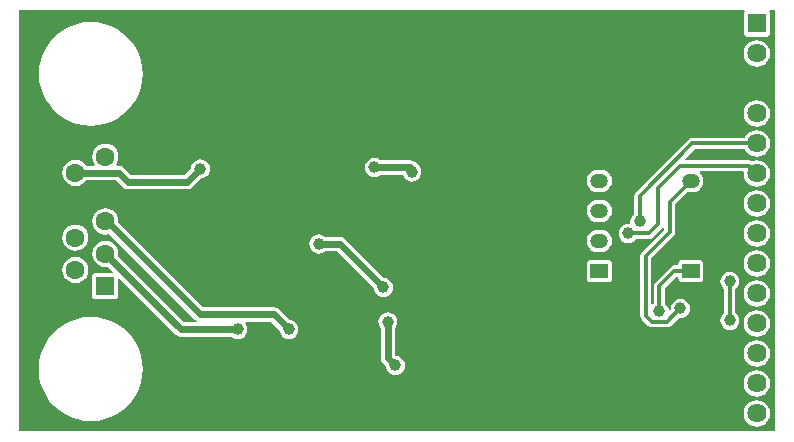
<source format=gbr>
G04 Layer_Physical_Order=2*
G04 Layer_Color=16711680*
%FSLAX43Y43*%
%MOMM*%
%TF.FileFunction,Copper,L2,Bot,Signal*%
%TF.Part,Single*%
G01*
G75*
%TA.AperFunction,Conductor*%
%ADD22C,0.610*%
%ADD23C,0.305*%
%TA.AperFunction,ComponentPad*%
%ADD25R,1.500X1.250*%
%ADD26O,1.500X1.250*%
%ADD27R,1.600X1.600*%
%ADD28C,1.600*%
%ADD29C,1.626*%
%ADD30R,1.626X1.626*%
%TA.AperFunction,ViaPad*%
%ADD31C,1.000*%
G36*
X64135Y127D02*
X127D01*
Y35814D01*
X61515D01*
X61549Y35756D01*
X61567Y35687D01*
X61511Y35603D01*
X61487Y35484D01*
Y33858D01*
X61511Y33739D01*
X61578Y33638D01*
X61679Y33571D01*
X61798Y33547D01*
X63424D01*
X63543Y33571D01*
X63644Y33638D01*
X63711Y33739D01*
X63735Y33858D01*
Y35484D01*
X63711Y35603D01*
X63655Y35687D01*
X63673Y35756D01*
X63707Y35814D01*
X64135D01*
Y127D01*
D02*
G37*
%LPC*%
G36*
X62611Y12938D02*
X62319Y12900D01*
X62047Y12787D01*
X61814Y12608D01*
X61635Y12375D01*
X61522Y12103D01*
X61484Y11811D01*
X61522Y11519D01*
X61635Y11247D01*
X61814Y11014D01*
X62047Y10835D01*
X62319Y10722D01*
X62611Y10684D01*
X62903Y10722D01*
X63175Y10835D01*
X63408Y11014D01*
X63587Y11247D01*
X63700Y11519D01*
X63738Y11811D01*
X63700Y12103D01*
X63587Y12375D01*
X63408Y12608D01*
X63175Y12787D01*
X62903Y12900D01*
X62611Y12938D01*
D02*
G37*
G36*
X7440Y19020D02*
X7152Y18982D01*
X6883Y18871D01*
X6652Y18694D01*
X6475Y18463D01*
X6364Y18194D01*
X6326Y17906D01*
X6364Y17618D01*
X6475Y17349D01*
X6652Y17118D01*
X6883Y16941D01*
X7152Y16830D01*
X7440Y16792D01*
X7728Y16830D01*
X7792Y16856D01*
X15054Y9594D01*
X15177Y9512D01*
X15139Y9385D01*
X14097D01*
X8527Y14955D01*
X8554Y15163D01*
X8516Y15451D01*
X8405Y15720D01*
X8228Y15951D01*
X7997Y16128D01*
X7728Y16239D01*
X7440Y16277D01*
X7152Y16239D01*
X6883Y16128D01*
X6652Y15951D01*
X6475Y15720D01*
X6364Y15451D01*
X6326Y15163D01*
X6364Y14875D01*
X6475Y14606D01*
X6652Y14375D01*
X6883Y14198D01*
X7152Y14087D01*
X7440Y14049D01*
X7648Y14076D01*
X8076Y13648D01*
X8027Y13531D01*
X6640D01*
X6521Y13507D01*
X6420Y13440D01*
X6353Y13339D01*
X6329Y13220D01*
Y11620D01*
X6353Y11501D01*
X6420Y11400D01*
X6521Y11333D01*
X6640Y11309D01*
X8240D01*
X8359Y11333D01*
X8460Y11400D01*
X8527Y11501D01*
X8551Y11620D01*
Y13007D01*
X8668Y13056D01*
X13401Y8323D01*
X13602Y8189D01*
X13840Y8141D01*
X18157D01*
X18263Y8060D01*
X18459Y7979D01*
X18669Y7951D01*
X18879Y7979D01*
X19075Y8060D01*
X19243Y8189D01*
X19372Y8357D01*
X19453Y8553D01*
X19481Y8763D01*
X19453Y8973D01*
X19372Y9169D01*
X19283Y9284D01*
X19346Y9411D01*
X21460D01*
X22185Y8686D01*
X22203Y8553D01*
X22284Y8357D01*
X22413Y8189D01*
X22581Y8060D01*
X22777Y7979D01*
X22987Y7951D01*
X23197Y7979D01*
X23393Y8060D01*
X23561Y8189D01*
X23690Y8357D01*
X23771Y8553D01*
X23799Y8763D01*
X23771Y8973D01*
X23690Y9169D01*
X23561Y9337D01*
X23393Y9466D01*
X23197Y9547D01*
X23064Y9565D01*
X22156Y10472D01*
X21955Y10607D01*
X21717Y10655D01*
X15751D01*
X8548Y17858D01*
X8554Y17906D01*
X8516Y18194D01*
X8405Y18463D01*
X8228Y18694D01*
X7997Y18871D01*
X7728Y18982D01*
X7440Y19020D01*
D02*
G37*
G36*
X60325Y13639D02*
X60115Y13611D01*
X59919Y13530D01*
X59751Y13401D01*
X59622Y13233D01*
X59541Y13037D01*
X59513Y12827D01*
X59541Y12617D01*
X59622Y12421D01*
X59751Y12253D01*
X59859Y12170D01*
Y10182D01*
X59751Y10099D01*
X59622Y9931D01*
X59541Y9735D01*
X59513Y9525D01*
X59541Y9315D01*
X59622Y9119D01*
X59751Y8951D01*
X59919Y8822D01*
X60115Y8741D01*
X60325Y8713D01*
X60535Y8741D01*
X60731Y8822D01*
X60899Y8951D01*
X61028Y9119D01*
X61109Y9315D01*
X61137Y9525D01*
X61109Y9735D01*
X61028Y9931D01*
X60899Y10099D01*
X60791Y10182D01*
Y12170D01*
X60899Y12253D01*
X61028Y12421D01*
X61109Y12617D01*
X61137Y12827D01*
X61109Y13037D01*
X61028Y13233D01*
X60899Y13401D01*
X60731Y13530D01*
X60535Y13611D01*
X60325Y13639D01*
D02*
G37*
G36*
X50026Y14652D02*
X48526D01*
X48407Y14628D01*
X48306Y14561D01*
X48239Y14460D01*
X48215Y14341D01*
Y13091D01*
X48239Y12972D01*
X48306Y12871D01*
X48407Y12804D01*
X48526Y12780D01*
X50026D01*
X50145Y12804D01*
X50246Y12871D01*
X50313Y12972D01*
X50337Y13091D01*
Y14341D01*
X50313Y14460D01*
X50246Y14561D01*
X50145Y14628D01*
X50026Y14652D01*
D02*
G37*
G36*
X4900Y14906D02*
X4612Y14868D01*
X4343Y14757D01*
X4112Y14580D01*
X3935Y14349D01*
X3824Y14080D01*
X3786Y13792D01*
X3824Y13504D01*
X3935Y13235D01*
X4112Y13004D01*
X4343Y12827D01*
X4612Y12716D01*
X4900Y12678D01*
X5188Y12716D01*
X5457Y12827D01*
X5688Y13004D01*
X5865Y13235D01*
X5976Y13504D01*
X6014Y13792D01*
X5976Y14080D01*
X5865Y14349D01*
X5688Y14580D01*
X5457Y14757D01*
X5188Y14868D01*
X4900Y14906D01*
D02*
G37*
G36*
X25527Y16814D02*
X25317Y16786D01*
X25121Y16705D01*
X24953Y16576D01*
X24824Y16408D01*
X24743Y16212D01*
X24715Y16002D01*
X24743Y15792D01*
X24824Y15596D01*
X24953Y15428D01*
X25121Y15299D01*
X25317Y15218D01*
X25527Y15190D01*
X25737Y15218D01*
X25933Y15299D01*
X26039Y15380D01*
X27048D01*
X30186Y12242D01*
X30204Y12109D01*
X30285Y11913D01*
X30414Y11745D01*
X30582Y11616D01*
X30778Y11535D01*
X30988Y11507D01*
X31198Y11535D01*
X31394Y11616D01*
X31562Y11745D01*
X31691Y11913D01*
X31772Y12109D01*
X31800Y12319D01*
X31772Y12529D01*
X31691Y12725D01*
X31562Y12893D01*
X31394Y13022D01*
X31198Y13103D01*
X31065Y13121D01*
X27744Y16441D01*
X27543Y16576D01*
X27305Y16624D01*
X26039D01*
X25933Y16705D01*
X25737Y16786D01*
X25527Y16814D01*
D02*
G37*
G36*
X62611Y5318D02*
X62319Y5280D01*
X62047Y5167D01*
X61814Y4988D01*
X61635Y4755D01*
X61522Y4483D01*
X61484Y4191D01*
X61522Y3899D01*
X61635Y3627D01*
X61814Y3394D01*
X62047Y3215D01*
X62319Y3102D01*
X62611Y3064D01*
X62903Y3102D01*
X63175Y3215D01*
X63408Y3394D01*
X63587Y3627D01*
X63700Y3899D01*
X63738Y4191D01*
X63700Y4483D01*
X63587Y4755D01*
X63408Y4988D01*
X63175Y5167D01*
X62903Y5280D01*
X62611Y5318D01*
D02*
G37*
G36*
X6212Y9824D02*
X5636Y9786D01*
X5070Y9674D01*
X4523Y9488D01*
X4005Y9233D01*
X3525Y8912D01*
X3091Y8531D01*
X2710Y8097D01*
X2389Y7617D01*
X2134Y7099D01*
X1948Y6552D01*
X1836Y5986D01*
X1798Y5410D01*
X1836Y4834D01*
X1948Y4268D01*
X2134Y3721D01*
X2389Y3203D01*
X2710Y2723D01*
X3091Y2289D01*
X3525Y1908D01*
X4005Y1587D01*
X4523Y1332D01*
X5070Y1146D01*
X5636Y1034D01*
X6212Y996D01*
X6788Y1034D01*
X7354Y1146D01*
X7901Y1332D01*
X8419Y1587D01*
X8899Y1908D01*
X9333Y2289D01*
X9714Y2723D01*
X10035Y3203D01*
X10290Y3721D01*
X10476Y4268D01*
X10588Y4834D01*
X10626Y5410D01*
X10588Y5986D01*
X10476Y6552D01*
X10290Y7099D01*
X10035Y7617D01*
X9714Y8097D01*
X9333Y8531D01*
X8899Y8912D01*
X8419Y9233D01*
X7901Y9488D01*
X7354Y9674D01*
X6788Y9786D01*
X6212Y9824D01*
D02*
G37*
G36*
X62611Y2778D02*
X62319Y2740D01*
X62047Y2627D01*
X61814Y2448D01*
X61635Y2215D01*
X61522Y1943D01*
X61484Y1651D01*
X61522Y1359D01*
X61635Y1087D01*
X61814Y854D01*
X62047Y675D01*
X62319Y562D01*
X62611Y524D01*
X62903Y562D01*
X63175Y675D01*
X63408Y854D01*
X63587Y1087D01*
X63700Y1359D01*
X63738Y1651D01*
X63700Y1943D01*
X63587Y2215D01*
X63408Y2448D01*
X63175Y2627D01*
X62903Y2740D01*
X62611Y2778D01*
D02*
G37*
G36*
Y10398D02*
X62319Y10360D01*
X62047Y10247D01*
X61814Y10068D01*
X61635Y9835D01*
X61522Y9563D01*
X61484Y9271D01*
X61522Y8979D01*
X61635Y8707D01*
X61814Y8474D01*
X62047Y8295D01*
X62319Y8182D01*
X62611Y8144D01*
X62903Y8182D01*
X63175Y8295D01*
X63408Y8474D01*
X63587Y8707D01*
X63700Y8979D01*
X63738Y9271D01*
X63700Y9563D01*
X63587Y9835D01*
X63408Y10068D01*
X63175Y10247D01*
X62903Y10360D01*
X62611Y10398D01*
D02*
G37*
G36*
Y7858D02*
X62319Y7820D01*
X62047Y7707D01*
X61814Y7528D01*
X61635Y7295D01*
X61522Y7023D01*
X61484Y6731D01*
X61522Y6439D01*
X61635Y6167D01*
X61814Y5934D01*
X62047Y5755D01*
X62319Y5642D01*
X62611Y5604D01*
X62903Y5642D01*
X63175Y5755D01*
X63408Y5934D01*
X63587Y6167D01*
X63700Y6439D01*
X63738Y6731D01*
X63700Y7023D01*
X63587Y7295D01*
X63408Y7528D01*
X63175Y7707D01*
X62903Y7820D01*
X62611Y7858D01*
D02*
G37*
G36*
X31369Y10210D02*
X31159Y10182D01*
X30963Y10101D01*
X30795Y9972D01*
X30666Y9804D01*
X30585Y9608D01*
X30557Y9398D01*
X30585Y9188D01*
X30666Y8992D01*
X30747Y8886D01*
Y6350D01*
X30795Y6112D01*
X30930Y5911D01*
X31202Y5638D01*
X31220Y5505D01*
X31301Y5309D01*
X31430Y5141D01*
X31598Y5012D01*
X31794Y4931D01*
X32004Y4903D01*
X32214Y4931D01*
X32410Y5012D01*
X32578Y5141D01*
X32707Y5309D01*
X32788Y5505D01*
X32816Y5715D01*
X32788Y5925D01*
X32707Y6121D01*
X32578Y6289D01*
X32410Y6418D01*
X32214Y6499D01*
X32081Y6517D01*
X31991Y6607D01*
Y8886D01*
X32072Y8992D01*
X32153Y9188D01*
X32181Y9398D01*
X32153Y9608D01*
X32072Y9804D01*
X31943Y9972D01*
X31775Y10101D01*
X31579Y10182D01*
X31369Y10210D01*
D02*
G37*
G36*
X62611Y15478D02*
X62319Y15440D01*
X62047Y15327D01*
X61814Y15148D01*
X61635Y14915D01*
X61522Y14643D01*
X61484Y14351D01*
X61522Y14059D01*
X61635Y13787D01*
X61814Y13554D01*
X62047Y13375D01*
X62319Y13262D01*
X62611Y13224D01*
X62903Y13262D01*
X63175Y13375D01*
X63408Y13554D01*
X63587Y13787D01*
X63700Y14059D01*
X63738Y14351D01*
X63700Y14643D01*
X63587Y14915D01*
X63408Y15148D01*
X63175Y15327D01*
X62903Y15440D01*
X62611Y15478D01*
D02*
G37*
G36*
Y25638D02*
X62319Y25600D01*
X62047Y25487D01*
X61814Y25308D01*
X61635Y25075D01*
X61594Y24977D01*
X57150D01*
X56972Y24942D01*
X56820Y24841D01*
X52375Y20396D01*
X52274Y20244D01*
X52239Y20066D01*
Y18564D01*
X52131Y18481D01*
X52002Y18313D01*
X51921Y18117D01*
X51893Y17907D01*
X51907Y17804D01*
X51794Y17691D01*
X51705Y17703D01*
X51495Y17675D01*
X51299Y17594D01*
X51131Y17465D01*
X51002Y17297D01*
X50921Y17101D01*
X50893Y16891D01*
X50921Y16681D01*
X51002Y16485D01*
X51131Y16317D01*
X51299Y16188D01*
X51495Y16107D01*
X51705Y16079D01*
X51915Y16107D01*
X52111Y16188D01*
X52279Y16317D01*
X52362Y16425D01*
X53467D01*
X53645Y16460D01*
X53797Y16561D01*
X54559Y17323D01*
X54585Y17363D01*
X54758Y17394D01*
X54779Y17378D01*
Y17211D01*
X52883Y15316D01*
X52782Y15164D01*
X52747Y14986D01*
Y9906D01*
X52782Y9728D01*
X52883Y9576D01*
X53391Y9068D01*
X53543Y8967D01*
X53721Y8932D01*
X54991D01*
X55169Y8967D01*
X55321Y9068D01*
X55999Y9747D01*
X56134Y9729D01*
X56344Y9757D01*
X56540Y9838D01*
X56708Y9967D01*
X56837Y10135D01*
X56918Y10331D01*
X56946Y10541D01*
X56918Y10751D01*
X56837Y10947D01*
X56708Y11115D01*
X56540Y11244D01*
X56344Y11325D01*
X56134Y11353D01*
X55924Y11325D01*
X55728Y11244D01*
X55560Y11115D01*
X55431Y10947D01*
X55350Y10751D01*
X55322Y10541D01*
X55332Y10470D01*
X55278Y10424D01*
X55143Y10475D01*
X55140Y10497D01*
X55059Y10693D01*
X54930Y10861D01*
X54822Y10944D01*
Y12253D01*
X55819Y13250D01*
X55962D01*
Y13091D01*
X55986Y12972D01*
X56053Y12871D01*
X56154Y12804D01*
X56273Y12780D01*
X57773D01*
X57892Y12804D01*
X57993Y12871D01*
X58060Y12972D01*
X58084Y13091D01*
Y14341D01*
X58060Y14460D01*
X57993Y14561D01*
X57892Y14628D01*
X57773Y14652D01*
X56273D01*
X56154Y14628D01*
X56053Y14561D01*
X55986Y14460D01*
X55962Y14341D01*
Y14182D01*
X55626D01*
X55448Y14147D01*
X55296Y14046D01*
X54026Y12776D01*
X53925Y12624D01*
X53890Y12446D01*
Y10963D01*
X53795Y10891D01*
X53679Y10933D01*
Y14793D01*
X55575Y16688D01*
X55676Y16840D01*
X55711Y17018D01*
Y19365D01*
X56762Y20416D01*
X56898Y20398D01*
X57148D01*
X57391Y20430D01*
X57617Y20524D01*
X57811Y20673D01*
X57960Y20867D01*
X58054Y21093D01*
X58086Y21336D01*
X58054Y21579D01*
X57960Y21805D01*
X57811Y21999D01*
X57785Y22020D01*
X57825Y22140D01*
X61410D01*
X61493Y22044D01*
X61484Y21971D01*
X61522Y21679D01*
X61635Y21407D01*
X61814Y21174D01*
X62047Y20995D01*
X62319Y20882D01*
X62611Y20844D01*
X62903Y20882D01*
X63175Y20995D01*
X63408Y21174D01*
X63587Y21407D01*
X63700Y21679D01*
X63738Y21971D01*
X63700Y22263D01*
X63587Y22535D01*
X63408Y22768D01*
X63175Y22947D01*
X62903Y23060D01*
X62611Y23098D01*
X62319Y23060D01*
X62196Y23009D01*
X62154Y23037D01*
X61976Y23072D01*
X56536D01*
X56488Y23189D01*
X57343Y24045D01*
X61594D01*
X61635Y23947D01*
X61814Y23714D01*
X62047Y23535D01*
X62319Y23422D01*
X62611Y23384D01*
X62903Y23422D01*
X63175Y23535D01*
X63408Y23714D01*
X63587Y23947D01*
X63700Y24219D01*
X63738Y24511D01*
X63700Y24803D01*
X63587Y25075D01*
X63408Y25308D01*
X63175Y25487D01*
X62903Y25600D01*
X62611Y25638D01*
D02*
G37*
G36*
X7440Y24507D02*
X7152Y24469D01*
X6883Y24358D01*
X6652Y24181D01*
X6475Y23950D01*
X6364Y23681D01*
X6326Y23393D01*
X6364Y23105D01*
X6475Y22836D01*
X6536Y22756D01*
X6480Y22643D01*
X5816D01*
X5688Y22809D01*
X5457Y22986D01*
X5188Y23097D01*
X4900Y23135D01*
X4612Y23097D01*
X4343Y22986D01*
X4112Y22809D01*
X3935Y22578D01*
X3824Y22309D01*
X3786Y22021D01*
X3824Y21733D01*
X3935Y21464D01*
X4112Y21233D01*
X4343Y21056D01*
X4612Y20945D01*
X4900Y20907D01*
X5188Y20945D01*
X5457Y21056D01*
X5688Y21233D01*
X5816Y21399D01*
X8329D01*
X8908Y20819D01*
X9110Y20685D01*
X9348Y20637D01*
X14401D01*
X14639Y20685D01*
X14840Y20819D01*
X15571Y21550D01*
X15704Y21568D01*
X15900Y21649D01*
X16068Y21778D01*
X16197Y21946D01*
X16278Y22142D01*
X16306Y22352D01*
X16278Y22562D01*
X16197Y22758D01*
X16068Y22926D01*
X15900Y23055D01*
X15704Y23136D01*
X15494Y23164D01*
X15284Y23136D01*
X15088Y23055D01*
X14920Y22926D01*
X14791Y22758D01*
X14710Y22562D01*
X14692Y22429D01*
X14144Y21881D01*
X9605D01*
X9026Y22461D01*
X8824Y22595D01*
X8586Y22643D01*
X8400D01*
X8344Y22756D01*
X8405Y22836D01*
X8516Y23105D01*
X8554Y23393D01*
X8516Y23681D01*
X8405Y23950D01*
X8228Y24181D01*
X7997Y24358D01*
X7728Y24469D01*
X7440Y24507D01*
D02*
G37*
G36*
X30226Y23291D02*
X30016Y23263D01*
X29820Y23182D01*
X29652Y23053D01*
X29523Y22885D01*
X29442Y22689D01*
X29414Y22479D01*
X29442Y22269D01*
X29523Y22073D01*
X29652Y21905D01*
X29820Y21776D01*
X30016Y21695D01*
X30226Y21667D01*
X30436Y21695D01*
X30632Y21776D01*
X30738Y21857D01*
X32630D01*
X32698Y21692D01*
X32827Y21524D01*
X32995Y21395D01*
X33191Y21314D01*
X33401Y21286D01*
X33611Y21314D01*
X33807Y21395D01*
X33975Y21524D01*
X34104Y21692D01*
X34185Y21888D01*
X34213Y22098D01*
X34185Y22308D01*
X34104Y22504D01*
X33975Y22672D01*
X33863Y22758D01*
X33840Y22792D01*
X33714Y22919D01*
X33512Y23053D01*
X33274Y23101D01*
X30738D01*
X30632Y23182D01*
X30436Y23263D01*
X30226Y23291D01*
D02*
G37*
G36*
X62611Y33258D02*
X62319Y33220D01*
X62047Y33107D01*
X61814Y32928D01*
X61635Y32695D01*
X61522Y32423D01*
X61484Y32131D01*
X61522Y31839D01*
X61635Y31567D01*
X61814Y31334D01*
X62047Y31155D01*
X62319Y31042D01*
X62611Y31004D01*
X62903Y31042D01*
X63175Y31155D01*
X63408Y31334D01*
X63587Y31567D01*
X63700Y31839D01*
X63738Y32131D01*
X63700Y32423D01*
X63587Y32695D01*
X63408Y32928D01*
X63175Y33107D01*
X62903Y33220D01*
X62611Y33258D01*
D02*
G37*
G36*
X6212Y34791D02*
X5639Y34754D01*
X5076Y34642D01*
X4533Y34457D01*
X4018Y34203D01*
X3541Y33884D01*
X3109Y33506D01*
X2731Y33074D01*
X2412Y32597D01*
X2158Y32082D01*
X1973Y31539D01*
X1861Y30976D01*
X1824Y30403D01*
X1861Y29830D01*
X1973Y29267D01*
X2158Y28724D01*
X2412Y28209D01*
X2731Y27732D01*
X3109Y27300D01*
X3541Y26922D01*
X4018Y26603D01*
X4533Y26349D01*
X5076Y26164D01*
X5639Y26052D01*
X6212Y26015D01*
X6785Y26052D01*
X7348Y26164D01*
X7891Y26349D01*
X8406Y26603D01*
X8883Y26922D01*
X9315Y27300D01*
X9693Y27732D01*
X10012Y28209D01*
X10266Y28724D01*
X10451Y29267D01*
X10563Y29830D01*
X10600Y30403D01*
X10563Y30976D01*
X10451Y31539D01*
X10266Y32082D01*
X10012Y32597D01*
X9693Y33074D01*
X9315Y33506D01*
X8883Y33884D01*
X8406Y34203D01*
X7891Y34457D01*
X7348Y34642D01*
X6785Y34754D01*
X6212Y34791D01*
D02*
G37*
G36*
X62611Y28178D02*
X62319Y28140D01*
X62047Y28027D01*
X61814Y27848D01*
X61635Y27615D01*
X61522Y27343D01*
X61484Y27051D01*
X61522Y26759D01*
X61635Y26487D01*
X61814Y26254D01*
X62047Y26075D01*
X62319Y25962D01*
X62611Y25924D01*
X62903Y25962D01*
X63175Y26075D01*
X63408Y26254D01*
X63587Y26487D01*
X63700Y26759D01*
X63738Y27051D01*
X63700Y27343D01*
X63587Y27615D01*
X63408Y27848D01*
X63175Y28027D01*
X62903Y28140D01*
X62611Y28178D01*
D02*
G37*
G36*
Y18018D02*
X62319Y17980D01*
X62047Y17867D01*
X61814Y17688D01*
X61635Y17455D01*
X61522Y17183D01*
X61484Y16891D01*
X61522Y16599D01*
X61635Y16327D01*
X61814Y16094D01*
X62047Y15915D01*
X62319Y15802D01*
X62611Y15764D01*
X62903Y15802D01*
X63175Y15915D01*
X63408Y16094D01*
X63587Y16327D01*
X63700Y16599D01*
X63738Y16891D01*
X63700Y17183D01*
X63587Y17455D01*
X63408Y17688D01*
X63175Y17867D01*
X62903Y17980D01*
X62611Y18018D01*
D02*
G37*
G36*
X4900Y17649D02*
X4612Y17611D01*
X4343Y17500D01*
X4112Y17323D01*
X3935Y17092D01*
X3824Y16823D01*
X3786Y16535D01*
X3824Y16247D01*
X3935Y15978D01*
X4112Y15747D01*
X4343Y15570D01*
X4612Y15459D01*
X4900Y15421D01*
X5188Y15459D01*
X5457Y15570D01*
X5688Y15747D01*
X5865Y15978D01*
X5976Y16247D01*
X6014Y16535D01*
X5976Y16823D01*
X5865Y17092D01*
X5688Y17323D01*
X5457Y17500D01*
X5188Y17611D01*
X4900Y17649D01*
D02*
G37*
G36*
X49401Y17194D02*
X49151D01*
X48908Y17162D01*
X48682Y17068D01*
X48488Y16919D01*
X48339Y16725D01*
X48245Y16499D01*
X48213Y16256D01*
X48245Y16013D01*
X48339Y15787D01*
X48488Y15593D01*
X48682Y15444D01*
X48908Y15350D01*
X49151Y15318D01*
X49401D01*
X49644Y15350D01*
X49870Y15444D01*
X50064Y15593D01*
X50213Y15787D01*
X50307Y16013D01*
X50339Y16256D01*
X50307Y16499D01*
X50213Y16725D01*
X50064Y16919D01*
X49870Y17068D01*
X49644Y17162D01*
X49401Y17194D01*
D02*
G37*
G36*
Y22274D02*
X49151D01*
X48908Y22242D01*
X48682Y22148D01*
X48488Y21999D01*
X48339Y21805D01*
X48245Y21579D01*
X48213Y21336D01*
X48245Y21093D01*
X48339Y20867D01*
X48488Y20673D01*
X48682Y20524D01*
X48908Y20430D01*
X49151Y20398D01*
X49401D01*
X49644Y20430D01*
X49870Y20524D01*
X50064Y20673D01*
X50213Y20867D01*
X50307Y21093D01*
X50339Y21336D01*
X50307Y21579D01*
X50213Y21805D01*
X50064Y21999D01*
X49870Y22148D01*
X49644Y22242D01*
X49401Y22274D01*
D02*
G37*
G36*
X62611Y20558D02*
X62319Y20520D01*
X62047Y20407D01*
X61814Y20228D01*
X61635Y19995D01*
X61522Y19723D01*
X61484Y19431D01*
X61522Y19139D01*
X61635Y18867D01*
X61814Y18634D01*
X62047Y18455D01*
X62319Y18342D01*
X62611Y18304D01*
X62903Y18342D01*
X63175Y18455D01*
X63408Y18634D01*
X63587Y18867D01*
X63700Y19139D01*
X63738Y19431D01*
X63700Y19723D01*
X63587Y19995D01*
X63408Y20228D01*
X63175Y20407D01*
X62903Y20520D01*
X62611Y20558D01*
D02*
G37*
G36*
X49401Y19734D02*
X49151D01*
X48908Y19702D01*
X48682Y19608D01*
X48488Y19459D01*
X48339Y19265D01*
X48245Y19039D01*
X48213Y18796D01*
X48245Y18553D01*
X48339Y18327D01*
X48488Y18133D01*
X48682Y17984D01*
X48908Y17890D01*
X49151Y17858D01*
X49401D01*
X49644Y17890D01*
X49870Y17984D01*
X50064Y18133D01*
X50213Y18327D01*
X50307Y18553D01*
X50339Y18796D01*
X50307Y19039D01*
X50213Y19265D01*
X50064Y19459D01*
X49870Y19608D01*
X49644Y19702D01*
X49401Y19734D01*
D02*
G37*
%LPD*%
D22*
X15494Y10033D02*
X21717D01*
X22987Y8763D01*
X14401Y21259D02*
X15494Y22352D01*
X31369Y6350D02*
Y9398D01*
Y6350D02*
X32004Y5715D01*
X25527Y16002D02*
X27305D01*
X30988Y12319D01*
X30226Y22479D02*
X33274D01*
X33401Y22352D01*
Y22098D02*
Y22352D01*
X9348Y21259D02*
X14401D01*
X8586Y22021D02*
X9348Y21259D01*
X4900Y22021D02*
X8586D01*
X7530Y17997D02*
X15494Y10033D01*
X13840Y8763D02*
X18669D01*
X7440Y15163D02*
X13840Y8763D01*
D23*
X60325Y9525D02*
Y12827D01*
X61976Y22606D02*
X62611Y21971D01*
X52705Y20066D02*
X57150Y24511D01*
X62611D01*
X56134Y22606D02*
X61976D01*
X54356Y10287D02*
Y12446D01*
X55626Y13716D01*
X57023D01*
X54991Y9398D02*
X56134Y10541D01*
X53721Y9398D02*
X54991D01*
X53213Y9906D02*
X53721Y9398D01*
X55245Y19558D02*
X57023Y21336D01*
X52705Y17907D02*
Y20066D01*
X53213Y9906D02*
Y14986D01*
X55245Y17018D01*
Y19558D01*
X51705Y16891D02*
X53467D01*
X54229Y17653D01*
Y20701D01*
X56134Y22606D01*
D25*
X57023Y13716D02*
D03*
X49276D02*
D03*
D26*
X57023Y16256D02*
D03*
Y18796D02*
D03*
Y21336D02*
D03*
X49276Y16256D02*
D03*
Y18796D02*
D03*
Y21336D02*
D03*
D27*
X7440Y12420D02*
D03*
D28*
Y15163D02*
D03*
Y17906D02*
D03*
Y20650D02*
D03*
Y23393D02*
D03*
X4900Y13792D02*
D03*
Y16535D02*
D03*
X4890Y19278D02*
D03*
X4900Y22021D02*
D03*
D29*
X62611Y29591D02*
D03*
Y27051D02*
D03*
Y24511D02*
D03*
Y21971D02*
D03*
Y19431D02*
D03*
Y16891D02*
D03*
Y14351D02*
D03*
Y11811D02*
D03*
Y32131D02*
D03*
Y9271D02*
D03*
Y6731D02*
D03*
Y4191D02*
D03*
Y1651D02*
D03*
D30*
Y34671D02*
D03*
D31*
X18669Y8763D02*
D03*
X22987D02*
D03*
X15494Y22352D02*
D03*
X31369Y9398D02*
D03*
X32004Y5715D02*
D03*
X30988Y12319D02*
D03*
X25527Y16002D02*
D03*
X30226Y22479D02*
D03*
X33401Y22098D02*
D03*
X60325Y9525D02*
D03*
Y12827D02*
D03*
X54356Y10287D02*
D03*
X56134Y10541D02*
D03*
X24384Y24638D02*
D03*
X18542Y16764D02*
D03*
X30480Y10922D02*
D03*
X35433Y22225D02*
D03*
X40767Y31496D02*
D03*
X46736Y31623D02*
D03*
X50673Y22733D02*
D03*
X35687Y11938D02*
D03*
X57912Y8128D02*
D03*
X51705Y16891D02*
D03*
X52705Y17907D02*
D03*
%TF.MD5,ad1db04288bd1d0bc1f3ae744b7b3a9b*%
M02*

</source>
